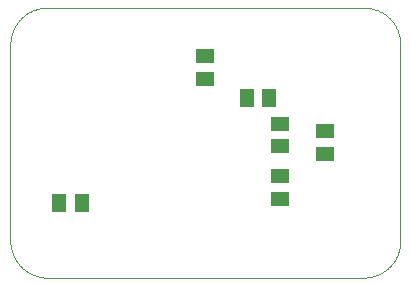
<source format=gbp>
G75*
%MOIN*%
%OFA0B0*%
%FSLAX25Y25*%
%IPPOS*%
%LPD*%
%AMOC8*
5,1,8,0,0,1.08239X$1,22.5*
%
%ADD10C,0.00394*%
%ADD11C,0.00400*%
%ADD12R,0.05906X0.05118*%
%ADD13R,0.05118X0.05906*%
D10*
X0014300Y0023933D02*
X0014001Y0023931D01*
X0013702Y0023936D01*
X0013403Y0023949D01*
X0013105Y0023969D01*
X0012807Y0023996D01*
X0012510Y0024030D01*
X0012214Y0024072D01*
X0011919Y0024121D01*
X0011625Y0024177D01*
X0011333Y0024240D01*
X0011042Y0024310D01*
X0010753Y0024388D01*
X0010466Y0024472D01*
X0010181Y0024563D01*
X0009899Y0024661D01*
X0009619Y0024766D01*
X0009342Y0024878D01*
X0009067Y0024997D01*
X0008796Y0025122D01*
X0008527Y0025254D01*
X0008262Y0025392D01*
X0008000Y0025537D01*
X0007742Y0025688D01*
X0007488Y0025845D01*
X0007237Y0026009D01*
X0006991Y0026178D01*
X0006749Y0026353D01*
X0006511Y0026535D01*
X0006278Y0026722D01*
X0006049Y0026914D01*
X0005825Y0027113D01*
X0005606Y0027316D01*
X0005392Y0027525D01*
X0005183Y0027739D01*
X0004980Y0027958D01*
X0004781Y0028182D01*
X0004589Y0028411D01*
X0004402Y0028644D01*
X0004220Y0028882D01*
X0004045Y0029124D01*
X0003876Y0029370D01*
X0003712Y0029621D01*
X0003555Y0029875D01*
X0003404Y0030133D01*
X0003259Y0030395D01*
X0003121Y0030660D01*
X0002989Y0030929D01*
X0002864Y0031200D01*
X0002745Y0031475D01*
X0002633Y0031752D01*
X0002528Y0032032D01*
X0002430Y0032314D01*
X0002339Y0032599D01*
X0002255Y0032886D01*
X0002177Y0033175D01*
X0002107Y0033466D01*
X0002044Y0033758D01*
X0001988Y0034052D01*
X0001939Y0034347D01*
X0001897Y0034643D01*
X0001863Y0034940D01*
X0001836Y0035238D01*
X0001816Y0035536D01*
X0001803Y0035835D01*
X0001798Y0036134D01*
X0001800Y0036433D01*
X0001800Y0101433D02*
X0001798Y0101732D01*
X0001803Y0102031D01*
X0001816Y0102330D01*
X0001836Y0102628D01*
X0001863Y0102926D01*
X0001897Y0103223D01*
X0001939Y0103519D01*
X0001988Y0103814D01*
X0002044Y0104108D01*
X0002107Y0104400D01*
X0002177Y0104691D01*
X0002255Y0104980D01*
X0002339Y0105267D01*
X0002430Y0105552D01*
X0002528Y0105834D01*
X0002633Y0106114D01*
X0002745Y0106391D01*
X0002864Y0106666D01*
X0002989Y0106937D01*
X0003121Y0107206D01*
X0003259Y0107471D01*
X0003404Y0107733D01*
X0003555Y0107991D01*
X0003712Y0108245D01*
X0003876Y0108496D01*
X0004045Y0108742D01*
X0004220Y0108984D01*
X0004402Y0109222D01*
X0004589Y0109455D01*
X0004781Y0109684D01*
X0004980Y0109908D01*
X0005183Y0110127D01*
X0005392Y0110341D01*
X0005606Y0110550D01*
X0005825Y0110753D01*
X0006049Y0110952D01*
X0006278Y0111144D01*
X0006511Y0111331D01*
X0006749Y0111513D01*
X0006991Y0111688D01*
X0007237Y0111857D01*
X0007488Y0112021D01*
X0007742Y0112178D01*
X0008000Y0112329D01*
X0008262Y0112474D01*
X0008527Y0112612D01*
X0008796Y0112744D01*
X0009067Y0112869D01*
X0009342Y0112988D01*
X0009619Y0113100D01*
X0009899Y0113205D01*
X0010181Y0113303D01*
X0010466Y0113394D01*
X0010753Y0113478D01*
X0011042Y0113556D01*
X0011333Y0113626D01*
X0011625Y0113689D01*
X0011919Y0113745D01*
X0012214Y0113794D01*
X0012510Y0113836D01*
X0012807Y0113870D01*
X0013105Y0113897D01*
X0013403Y0113917D01*
X0013702Y0113930D01*
X0014001Y0113935D01*
X0014300Y0113933D01*
X0119300Y0113933D02*
X0119599Y0113935D01*
X0119898Y0113930D01*
X0120197Y0113917D01*
X0120495Y0113897D01*
X0120793Y0113870D01*
X0121090Y0113836D01*
X0121386Y0113794D01*
X0121681Y0113745D01*
X0121975Y0113689D01*
X0122267Y0113626D01*
X0122558Y0113556D01*
X0122847Y0113478D01*
X0123134Y0113394D01*
X0123419Y0113303D01*
X0123701Y0113205D01*
X0123981Y0113100D01*
X0124258Y0112988D01*
X0124533Y0112869D01*
X0124804Y0112744D01*
X0125073Y0112612D01*
X0125338Y0112474D01*
X0125600Y0112329D01*
X0125858Y0112178D01*
X0126112Y0112021D01*
X0126363Y0111857D01*
X0126609Y0111688D01*
X0126851Y0111513D01*
X0127089Y0111331D01*
X0127322Y0111144D01*
X0127551Y0110952D01*
X0127775Y0110753D01*
X0127994Y0110550D01*
X0128208Y0110341D01*
X0128417Y0110127D01*
X0128620Y0109908D01*
X0128819Y0109684D01*
X0129011Y0109455D01*
X0129198Y0109222D01*
X0129380Y0108984D01*
X0129555Y0108742D01*
X0129724Y0108496D01*
X0129888Y0108245D01*
X0130045Y0107991D01*
X0130196Y0107733D01*
X0130341Y0107471D01*
X0130479Y0107206D01*
X0130611Y0106937D01*
X0130736Y0106666D01*
X0130855Y0106391D01*
X0130967Y0106114D01*
X0131072Y0105834D01*
X0131170Y0105552D01*
X0131261Y0105267D01*
X0131345Y0104980D01*
X0131423Y0104691D01*
X0131493Y0104400D01*
X0131556Y0104108D01*
X0131612Y0103814D01*
X0131661Y0103519D01*
X0131703Y0103223D01*
X0131737Y0102926D01*
X0131764Y0102628D01*
X0131784Y0102330D01*
X0131797Y0102031D01*
X0131802Y0101732D01*
X0131800Y0101433D01*
X0131800Y0036433D02*
X0131802Y0036134D01*
X0131797Y0035835D01*
X0131784Y0035536D01*
X0131764Y0035238D01*
X0131737Y0034940D01*
X0131703Y0034643D01*
X0131661Y0034347D01*
X0131612Y0034052D01*
X0131556Y0033758D01*
X0131493Y0033466D01*
X0131423Y0033175D01*
X0131345Y0032886D01*
X0131261Y0032599D01*
X0131170Y0032314D01*
X0131072Y0032032D01*
X0130967Y0031752D01*
X0130855Y0031475D01*
X0130736Y0031200D01*
X0130611Y0030929D01*
X0130479Y0030660D01*
X0130341Y0030395D01*
X0130196Y0030133D01*
X0130045Y0029875D01*
X0129888Y0029621D01*
X0129724Y0029370D01*
X0129555Y0029124D01*
X0129380Y0028882D01*
X0129198Y0028644D01*
X0129011Y0028411D01*
X0128819Y0028182D01*
X0128620Y0027958D01*
X0128417Y0027739D01*
X0128208Y0027525D01*
X0127994Y0027316D01*
X0127775Y0027113D01*
X0127551Y0026914D01*
X0127322Y0026722D01*
X0127089Y0026535D01*
X0126851Y0026353D01*
X0126609Y0026178D01*
X0126363Y0026009D01*
X0126112Y0025845D01*
X0125858Y0025688D01*
X0125600Y0025537D01*
X0125338Y0025392D01*
X0125073Y0025254D01*
X0124804Y0025122D01*
X0124533Y0024997D01*
X0124258Y0024878D01*
X0123981Y0024766D01*
X0123701Y0024661D01*
X0123419Y0024563D01*
X0123134Y0024472D01*
X0122847Y0024388D01*
X0122558Y0024310D01*
X0122267Y0024240D01*
X0121975Y0024177D01*
X0121681Y0024121D01*
X0121386Y0024072D01*
X0121090Y0024030D01*
X0120793Y0023996D01*
X0120495Y0023969D01*
X0120197Y0023949D01*
X0119898Y0023936D01*
X0119599Y0023931D01*
X0119300Y0023933D01*
D11*
X0014300Y0023933D01*
X0001800Y0036433D02*
X0001800Y0101433D01*
X0014300Y0113933D02*
X0119300Y0113933D01*
X0131800Y0101433D02*
X0131800Y0036433D01*
D12*
X0091800Y0050193D03*
X0091800Y0057673D03*
X0091800Y0067693D03*
X0091800Y0075173D03*
X0106800Y0072673D03*
X0106800Y0065193D03*
X0066800Y0090193D03*
X0066800Y0097673D03*
D13*
X0080560Y0083933D03*
X0088040Y0083933D03*
X0025540Y0048933D03*
X0018060Y0048933D03*
M02*

</source>
